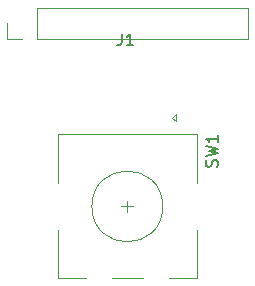
<source format=gto>
G04 #@! TF.GenerationSoftware,KiCad,Pcbnew,(6.0.1-0)*
G04 #@! TF.CreationDate,2022-03-18T18:39:42-07:00*
G04 #@! TF.ProjectId,daughterboard,64617567-6874-4657-9262-6f6172642e6b,rev?*
G04 #@! TF.SameCoordinates,Original*
G04 #@! TF.FileFunction,Legend,Top*
G04 #@! TF.FilePolarity,Positive*
%FSLAX46Y46*%
G04 Gerber Fmt 4.6, Leading zero omitted, Abs format (unit mm)*
G04 Created by KiCad (PCBNEW (6.0.1-0)) date 2022-03-18 18:39:42*
%MOMM*%
%LPD*%
G01*
G04 APERTURE LIST*
%ADD10C,0.150000*%
%ADD11C,0.120000*%
%ADD12R,1.700000X1.700000*%
%ADD13O,1.700000X1.700000*%
%ADD14R,2.000000X2.000000*%
%ADD15C,2.000000*%
%ADD16R,2.000000X3.200000*%
G04 APERTURE END LIST*
D10*
X50604761Y-90990333D02*
X50652380Y-90847476D01*
X50652380Y-90609380D01*
X50604761Y-90514142D01*
X50557142Y-90466523D01*
X50461904Y-90418904D01*
X50366666Y-90418904D01*
X50271428Y-90466523D01*
X50223809Y-90514142D01*
X50176190Y-90609380D01*
X50128571Y-90799857D01*
X50080952Y-90895095D01*
X50033333Y-90942714D01*
X49938095Y-90990333D01*
X49842857Y-90990333D01*
X49747619Y-90942714D01*
X49700000Y-90895095D01*
X49652380Y-90799857D01*
X49652380Y-90561761D01*
X49700000Y-90418904D01*
X49652380Y-90085571D02*
X50652380Y-89847476D01*
X49938095Y-89657000D01*
X50652380Y-89466523D01*
X49652380Y-89228428D01*
X50652380Y-88323666D02*
X50652380Y-88895095D01*
X50652380Y-88609380D02*
X49652380Y-88609380D01*
X49795238Y-88704619D01*
X49890476Y-88799857D01*
X49938095Y-88895095D01*
X42522916Y-79716380D02*
X42522916Y-80430666D01*
X42475297Y-80573523D01*
X42380059Y-80668761D01*
X42237202Y-80716380D01*
X42141964Y-80716380D01*
X43522916Y-80716380D02*
X42951488Y-80716380D01*
X43237202Y-80716380D02*
X43237202Y-79716380D01*
X43141964Y-79859238D01*
X43046726Y-79954476D01*
X42951488Y-80002095D01*
D11*
X48900000Y-96357000D02*
X48900000Y-100457000D01*
X48900000Y-88257000D02*
X37100000Y-88257000D01*
X44300000Y-100457000D02*
X41700000Y-100457000D01*
X46800000Y-86857000D02*
X47100000Y-86557000D01*
X37100000Y-92357000D02*
X37100000Y-88257000D01*
X37100000Y-100457000D02*
X37100000Y-96357000D01*
X48900000Y-100457000D02*
X46500000Y-100457000D01*
X47100000Y-87157000D02*
X46800000Y-86857000D01*
X48900000Y-92357000D02*
X48900000Y-88257000D01*
X39500000Y-100457000D02*
X37100000Y-100457000D01*
X43000000Y-93857000D02*
X43000000Y-94857000D01*
X43500000Y-94357000D02*
X42500000Y-94357000D01*
X47100000Y-86557000D02*
X47100000Y-87157000D01*
X46000000Y-94357000D02*
G75*
G03*
X46000000Y-94357000I-3000000J0D01*
G01*
X35395000Y-77537000D02*
X53235000Y-77537000D01*
X32795000Y-80197000D02*
X32795000Y-78867000D01*
X34125000Y-80197000D02*
X32795000Y-80197000D01*
X53235000Y-80197000D02*
X53235000Y-77537000D01*
X35395000Y-80197000D02*
X53235000Y-80197000D01*
X35395000Y-80197000D02*
X35395000Y-77537000D01*
%LPC*%
D12*
X46810000Y-81754500D03*
D13*
X44270000Y-81754500D03*
X41730000Y-81754500D03*
X39190000Y-81754500D03*
D14*
X45500000Y-86857000D03*
D15*
X40500000Y-86857000D03*
X43000000Y-86857000D03*
D16*
X37400000Y-94357000D03*
X48600000Y-94357000D03*
D15*
X40500000Y-101357000D03*
X45500000Y-101357000D03*
D12*
X34125000Y-78867000D03*
D13*
X36665000Y-78867000D03*
X39205000Y-78867000D03*
X41745000Y-78867000D03*
X44285000Y-78867000D03*
X46825000Y-78867000D03*
X49365000Y-78867000D03*
X51905000Y-78867000D03*
M02*

</source>
